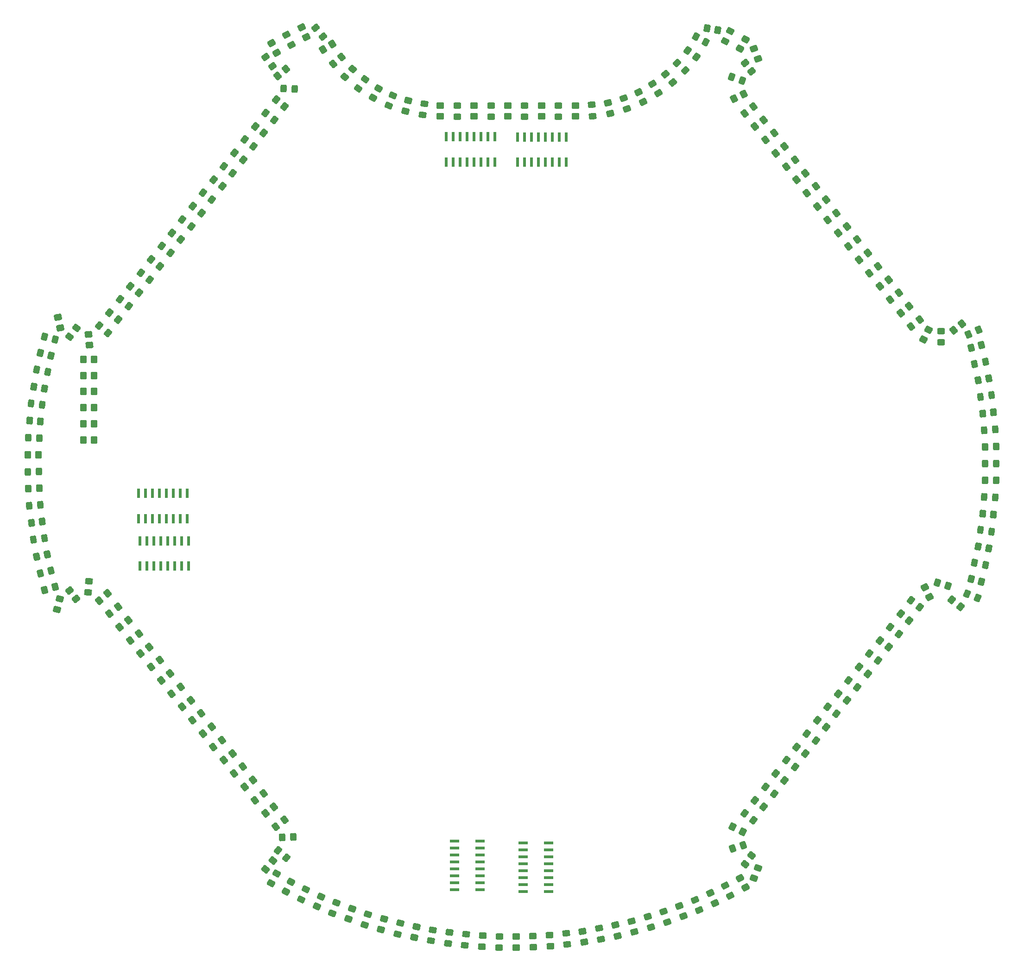
<source format=gbr>
%TF.GenerationSoftware,KiCad,Pcbnew,8.0.0-dirty*%
%TF.CreationDate,2024-04-13T23:16:22-04:00*%
%TF.ProjectId,RCJ_Open_LinePCB,52434a5f-4f70-4656-9e5f-4c696e655043,rev?*%
%TF.SameCoordinates,Original*%
%TF.FileFunction,Paste,Bot*%
%TF.FilePolarity,Positive*%
%FSLAX46Y46*%
G04 Gerber Fmt 4.6, Leading zero omitted, Abs format (unit mm)*
G04 Created by KiCad (PCBNEW 8.0.0-dirty) date 2024-04-13 23:16:22*
%MOMM*%
%LPD*%
G01*
G04 APERTURE LIST*
G04 Aperture macros list*
%AMRoundRect*
0 Rectangle with rounded corners*
0 $1 Rounding radius*
0 $2 $3 $4 $5 $6 $7 $8 $9 X,Y pos of 4 corners*
0 Add a 4 corners polygon primitive as box body*
4,1,4,$2,$3,$4,$5,$6,$7,$8,$9,$2,$3,0*
0 Add four circle primitives for the rounded corners*
1,1,$1+$1,$2,$3*
1,1,$1+$1,$4,$5*
1,1,$1+$1,$6,$7*
1,1,$1+$1,$8,$9*
0 Add four rect primitives between the rounded corners*
20,1,$1+$1,$2,$3,$4,$5,0*
20,1,$1+$1,$4,$5,$6,$7,0*
20,1,$1+$1,$6,$7,$8,$9,0*
20,1,$1+$1,$8,$9,$2,$3,0*%
G04 Aperture macros list end*
%ADD10RoundRect,0.250000X-0.001244X0.570086X-0.552851X0.139123X0.001244X-0.570086X0.552851X-0.139123X0*%
%ADD11RoundRect,0.250000X-0.416310X0.367166X-0.479436X-0.279761X0.416310X-0.367166X0.479436X0.279761X0*%
%ADD12RoundRect,0.250000X-0.363145X0.419822X-0.512706X-0.212738X0.363145X-0.419822X0.512706X0.212738X0*%
%ADD13RoundRect,0.250000X-0.533151X-0.154515X-0.020944X-0.554695X0.533151X0.154515X0.020944X0.554695X0*%
%ADD14RoundRect,0.250000X-0.126115X-0.540574X0.473511X-0.289677X0.126115X0.540574X-0.473511X0.289677X0*%
%ADD15RoundRect,0.250000X0.552851X0.139123X0.001244X0.570086X-0.552851X-0.139123X-0.001244X-0.570086X0*%
%ADD16RoundRect,0.250000X0.020944X-0.554695X0.533151X-0.154515X-0.020944X0.554695X-0.533151X0.154515X0*%
%ADD17RoundRect,0.250000X-0.122103X0.556858X-0.569780X0.018727X0.122103X-0.556858X0.569780X-0.018727X0*%
%ADD18RoundRect,0.250000X0.001244X-0.570086X0.552851X-0.139123X-0.001244X0.570086X-0.552851X0.139123X0*%
%ADD19R,0.508000X1.676400*%
%ADD20RoundRect,0.250000X-0.020944X0.554695X-0.533151X0.154515X0.020944X-0.554695X0.533151X-0.154515X0*%
%ADD21RoundRect,0.250000X0.416929X0.388806X-0.274214X0.499807X-0.416929X-0.388806X0.274214X-0.499807X0*%
%ADD22RoundRect,0.250000X-0.241467X0.516424X-0.559972X-0.106917X0.241467X-0.516424X0.559972X0.106917X0*%
%ADD23RoundRect,0.250000X-0.305434X0.481363X-0.541735X-0.177547X0.305434X-0.481363X0.541735X0.177547X0*%
%ADD24RoundRect,0.250000X-0.450000X0.325000X-0.450000X-0.325000X0.450000X-0.325000X0.450000X0.325000X0*%
%ADD25RoundRect,0.250000X-0.389376X0.395615X-0.497974X-0.245249X0.389376X-0.395615X0.497974X0.245249X0*%
%ADD26RoundRect,0.250000X-0.333902X-0.462071X0.365662X-0.437369X0.333902X0.462071X-0.365662X0.437369X0*%
%ADD27RoundRect,0.250000X-0.517565X0.200627X-0.353176X-0.428242X0.517565X-0.200627X0.353176X0.428242X0*%
%ADD28RoundRect,0.250000X-0.350000X-0.450000X0.350000X-0.450000X0.350000X0.450000X-0.350000X0.450000X0*%
%ADD29RoundRect,0.250000X-0.484185X0.271459X-0.409921X-0.374285X0.484185X-0.271459X0.409921X0.374285X0*%
%ADD30RoundRect,0.250000X-0.441375X0.360816X-0.458360X-0.338977X0.441375X-0.360816X0.458360X0.338977X0*%
%ADD31RoundRect,0.250000X0.057979X0.567132X-0.535410X0.195797X-0.057979X-0.567132X0.535410X-0.195797X0*%
%ADD32RoundRect,0.250000X-0.546229X-0.163199X0.023722X-0.569594X0.546229X0.163199X-0.023722X0.569594X0*%
%ADD33RoundRect,0.250000X-0.315805X-0.474623X0.382283X-0.422918X0.315805X0.474623X-0.382283X0.422918X0*%
%ADD34RoundRect,0.250000X0.431560X0.349115X-0.195728X0.519438X-0.431560X-0.349115X0.195728X-0.519438X0*%
%ADD35RoundRect,0.250000X-0.270722X0.501707X-0.552909X-0.138895X0.270722X-0.501707X0.552909X0.138895X0*%
%ADD36RoundRect,0.250000X0.249943X0.495635X-0.391919X0.393096X-0.249943X-0.495635X0.391919X-0.393096X0*%
%ADD37RoundRect,0.250000X0.549597X-0.077898X0.246742X0.497236X-0.549597X0.077898X-0.246742X-0.497236X0*%
%ADD38RoundRect,0.250000X0.256829X0.508958X-0.430079X0.374209X-0.256829X-0.508958X0.430079X-0.374209X0*%
%ADD39RoundRect,0.250000X0.554333X0.028973X0.146780X0.535332X-0.554333X-0.028973X-0.146780X-0.535332X0*%
%ADD40RoundRect,0.250000X-0.530427X0.163622X-0.322092X-0.452086X0.530427X-0.163622X0.322092X0.452086X0*%
%ADD41RoundRect,0.250000X0.292088X0.489576X-0.402614X0.403611X-0.292088X-0.489576X0.402614X-0.403611X0*%
%ADD42RoundRect,0.250000X0.533151X0.154515X0.020944X0.554695X-0.533151X-0.154515X-0.020944X-0.554695X0*%
%ADD43RoundRect,0.250000X0.405861X0.378684X-0.231877X0.504339X-0.405861X-0.378684X0.231877X-0.504339X0*%
%ADD44RoundRect,0.250000X-0.397277X0.387680X-0.492926X-0.255244X0.397277X-0.387680X0.492926X0.255244X0*%
%ADD45RoundRect,0.250000X-0.452999X0.346110X-0.446968X-0.353864X0.452999X-0.346110X0.446968X0.353864X0*%
%ADD46RoundRect,0.250000X-0.423567X-0.381564X0.265561X-0.504457X0.423567X0.381564X-0.265561X0.504457X0*%
%ADD47RoundRect,0.250000X-0.234661X0.519552X-0.561328X-0.099551X0.234661X-0.519552X0.561328X0.099551X0*%
%ADD48R,1.676400X0.508000*%
%ADD49RoundRect,0.250000X0.511113X0.252515X-0.118933X0.557544X-0.511113X-0.252515X0.118933X-0.557544X0*%
%ADD50RoundRect,0.250000X-0.513287X0.248066X-0.366781X-0.436431X0.513287X-0.248066X0.366781X0.436431X0*%
%ADD51RoundRect,0.250000X-0.349563X-0.431197X0.299428X-0.467406X0.349563X0.431197X-0.299428X0.467406X0*%
%ADD52RoundRect,0.250000X0.423583X-0.358752X0.473734X0.289311X-0.423583X0.358752X-0.473734X-0.289311X0*%
%ADD53RoundRect,0.250000X0.284278X0.476771X-0.363217X0.419760X-0.284278X-0.476771X0.363217X-0.419760X0*%
%ADD54RoundRect,0.250000X-0.554980X-0.011040X-0.164007X-0.530308X0.554980X0.011040X0.164007X0.530308X0*%
%ADD55RoundRect,0.250000X-0.365662X-0.437369X0.333902X-0.462071X0.365662X0.437369X-0.333902X0.462071X0*%
%ADD56RoundRect,0.250000X0.118933X0.557544X-0.511113X0.252515X-0.118933X-0.557544X0.511113X-0.252515X0*%
%ADD57RoundRect,0.250000X0.450449X0.324378X-0.166307X0.529591X-0.450449X-0.324378X0.166307X-0.529591X0*%
%ADD58RoundRect,0.250000X-0.531495X0.206187X-0.330672X-0.464388X0.531495X-0.206187X0.330672X0.464388X0*%
%ADD59RoundRect,0.250000X-0.481302X0.305529X-0.414603X-0.391286X0.481302X-0.305529X0.414603X0.391286X0*%
%ADD60RoundRect,0.250000X-0.515629X0.243161X-0.362603X-0.439908X0.515629X-0.243161X0.362603X0.439908X0*%
%ADD61RoundRect,0.250000X-0.538910X-0.133045X-0.043136X-0.553412X0.538910X0.133045X0.043136X0.553412X0*%
%ADD62RoundRect,0.250000X-0.082352X0.564108X-0.567022X0.059039X0.082352X-0.564108X0.567022X-0.059039X0*%
%ADD63RoundRect,0.250000X-0.476282X0.313297X-0.420896X-0.384508X0.476282X-0.313297X0.420896X0.384508X0*%
%ADD64RoundRect,0.250000X0.570086X0.001244X0.139123X0.552851X-0.570086X-0.001244X-0.139123X-0.552851X0*%
%ADD65RoundRect,0.250000X0.166307X0.529591X-0.450449X0.324378X-0.166307X-0.529591X0.450449X-0.324378X0*%
%ADD66RoundRect,0.250000X-0.263728X0.488439X-0.546587X-0.096789X0.263728X-0.488439X0.546587X0.096789X0*%
%ADD67RoundRect,0.250000X0.317198X0.455533X-0.332706X0.444333X-0.317198X-0.455533X0.332706X-0.444333X0*%
%ADD68RoundRect,0.250000X-0.538222X-0.135802X-0.040302X-0.553625X0.538222X0.135802X0.040302X0.553625X0*%
%ADD69RoundRect,0.250000X0.559972X-0.106917X0.241467X0.516424X-0.559972X0.106917X-0.241467X-0.516424X0*%
%ADD70RoundRect,0.250000X-0.552851X-0.139123X-0.001244X-0.570086X0.552851X0.139123X0.001244X0.570086X0*%
%ADD71RoundRect,0.250000X-0.154515X0.533151X-0.554695X0.020944X0.154515X-0.533151X0.554695X-0.020944X0*%
%ADD72RoundRect,0.250000X-0.139123X0.552851X-0.570086X0.001244X0.139123X-0.552851X0.570086X-0.001244X0*%
%ADD73RoundRect,0.250000X-0.554544X0.024622X-0.197723X-0.518682X0.554544X-0.024622X0.197723X0.518682X0*%
%ADD74RoundRect,0.250000X-0.558341X0.115130X-0.249025X-0.512822X0.558341X-0.115130X0.249025X0.512822X0*%
%ADD75RoundRect,0.250000X0.564425X-0.080151X0.216620X0.527329X-0.564425X0.080151X-0.216620X-0.527329X0*%
%ADD76RoundRect,0.250000X-0.473511X-0.289677X0.126115X-0.540574X0.473511X0.289677X-0.126115X0.540574X0*%
%ADD77RoundRect,0.250000X-0.427459X0.377199X-0.470813X-0.321457X0.427459X-0.377199X0.470813X0.321457X0*%
%ADD78RoundRect,0.250000X0.001244X-0.570086X0.552851X-0.139123X-0.001244X0.570086X-0.552851X0.139123X0*%
%ADD79RoundRect,0.250000X-0.229319X-0.521932X0.449424X-0.350739X0.229319X0.521932X-0.449424X0.350739X0*%
%ADD80RoundRect,0.250000X0.507141X-0.260399X0.377222X0.427439X-0.507141X0.260399X-0.377222X-0.427439X0*%
%ADD81RoundRect,0.250000X0.557366X-0.119761X0.253274X0.510737X-0.557366X0.119761X-0.253274X-0.510737X0*%
%ADD82RoundRect,0.250000X-0.300480X-0.484471X0.395599X-0.410489X0.300480X0.484471X-0.395599X0.410489X0*%
%ADD83RoundRect,0.250000X0.034427X-0.569047X0.560013X-0.106705X-0.034427X0.569047X-0.560013X0.106705X0*%
%ADD84RoundRect,0.250000X-0.370129X0.433595X-0.511362X-0.252009X0.370129X-0.433595X0.511362X0.252009X0*%
%ADD85RoundRect,0.250000X-0.441170X0.336889X-0.458510X-0.312880X0.441170X-0.336889X0.458510X0.312880X0*%
%ADD86RoundRect,0.250000X0.348538X0.432026X-0.300537X0.466693X-0.348538X-0.432026X0.300537X-0.466693X0*%
%ADD87RoundRect,0.250000X-0.531719X0.159374X-0.318465X-0.454648X0.531719X-0.159374X0.318465X0.454648X0*%
%ADD88RoundRect,0.250000X-0.355930X-0.425956X0.292451X-0.471802X0.355930X0.425956X-0.292451X0.471802X0*%
%ADD89RoundRect,0.250000X-0.292451X-0.471802X0.355930X-0.425956X0.292451X0.471802X-0.355930X0.425956X0*%
%ADD90RoundRect,0.250000X-0.497194X0.278924X-0.392727X-0.413237X0.497194X-0.278924X0.392727X0.413237X0*%
%ADD91RoundRect,0.250000X-0.329834X0.446469X-0.527529X-0.172737X0.329834X-0.446469X0.527529X0.172737X0*%
%ADD92RoundRect,0.250000X-0.217691X0.526888X-0.564261X-0.081298X0.217691X-0.526888X0.564261X0.081298X0*%
%ADD93RoundRect,0.250000X-0.476660X0.284464X-0.419902X-0.363053X0.476660X-0.284464X0.419902X0.363053X0*%
%ADD94RoundRect,0.250000X-0.228621X0.505824X-0.552052X-0.057996X0.228621X-0.505824X0.552052X0.057996X0*%
%ADD95RoundRect,0.250000X-0.548173X0.087356X-0.255273X-0.492910X0.548173X-0.087356X0.255273X0.492910X0*%
%ADD96RoundRect,0.250000X-0.338625X0.458621X-0.527863X-0.215314X0.338625X-0.458621X0.527863X0.215314X0*%
%ADD97RoundRect,0.250000X-0.502126X0.236632X-0.382501X-0.402266X0.502126X-0.236632X0.382501X0.402266X0*%
%ADD98RoundRect,0.250000X0.378141X0.406367X-0.266872X0.486728X-0.378141X-0.406367X0.266872X-0.486728X0*%
%ADD99RoundRect,0.250000X0.255273X-0.492910X0.548173X0.087356X-0.255273X0.492910X-0.548173X-0.087356X0*%
%ADD100RoundRect,0.250000X-0.463833X0.304933X-0.435300X-0.344440X0.463833X-0.304933X0.435300X0.344440X0*%
%ADD101RoundRect,0.250000X-0.449424X-0.350739X0.229319X-0.521932X0.449424X0.350739X-0.229319X0.521932X0*%
%ADD102RoundRect,0.250000X0.358071X0.443605X-0.341815X0.456249X-0.358071X-0.443605X0.341815X-0.456249X0*%
%ADD103RoundRect,0.250000X0.220292X0.525806X-0.455401X0.342943X-0.220292X-0.525806X0.455401X-0.342943X0*%
%ADD104RoundRect,0.250000X-0.450000X0.350000X-0.450000X-0.350000X0.450000X-0.350000X0.450000X0.350000X0*%
%ADD105RoundRect,0.250000X-0.543751X-0.111623X-0.064994X-0.551272X0.543751X0.111623X0.064994X0.551272X0*%
%ADD106RoundRect,0.250000X0.552851X0.139124X0.001244X0.570086X-0.552851X-0.139124X-0.001244X-0.570086X0*%
%ADD107RoundRect,0.250000X0.031514X-0.569216X0.559459X-0.109570X-0.031514X0.569216X-0.559459X0.109570X0*%
%ADD108RoundRect,0.250000X-0.223153X-0.508260X0.412326X-0.371634X0.223153X0.508260X-0.412326X0.371634X0*%
%ADD109RoundRect,0.250000X0.214362X0.512029X-0.418669X0.364474X-0.214362X-0.512029X0.418669X-0.364474X0*%
%ADD110RoundRect,0.250000X-0.499996X-0.241101X0.071675X-0.550443X0.499996X0.241101X-0.071675X0.550443X0*%
%ADD111RoundRect,0.250000X0.443314X0.358431X-0.238278X0.517903X-0.443314X-0.358431X0.238278X-0.517903X0*%
%ADD112RoundRect,0.250000X0.443370X0.333988X-0.177656X0.525893X-0.443370X-0.333988X0.177656X-0.525893X0*%
%ADD113RoundRect,0.250000X0.388468X0.417244X-0.308783X0.479221X-0.388468X-0.417244X0.308783X-0.479221X0*%
%ADD114RoundRect,0.250000X-0.031679X0.554185X-0.536043X0.144165X0.031679X-0.554185X0.536043X-0.144165X0*%
%ADD115RoundRect,0.250000X-0.265561X-0.504457X0.423567X-0.381564X0.265561X0.504457X-0.423567X0.381564X0*%
%ADD116RoundRect,0.250000X-0.399790X0.406409X-0.492314X-0.287449X0.399790X-0.406409X0.492314X0.287449X0*%
%ADD117RoundRect,0.250000X-0.562960X0.089864X-0.225674X-0.523518X0.562960X-0.089864X0.225674X0.523518X0*%
%ADD118RoundRect,0.250000X-0.166129X0.529647X-0.555020X0.008817X0.166129X-0.529647X0.555020X-0.008817X0*%
%ADD119RoundRect,0.250000X-0.544714X0.168186X-0.297094X-0.486554X0.544714X-0.168186X0.297094X0.486554X0*%
%ADD120RoundRect,0.250000X0.325891X0.467755X-0.373144X0.431003X-0.325891X-0.467755X0.373144X-0.431003X0*%
%ADD121RoundRect,0.250000X-0.569549X-0.024786X-0.116173X-0.558125X0.569549X0.024786X0.116173X0.558125X0*%
%ADD122RoundRect,0.250000X-0.258446X-0.491254X0.385087X-0.399791X0.258446X0.491254X-0.385087X0.399791X0*%
%ADD123RoundRect,0.250000X-0.540647X0.125802X-0.289403X-0.473678X0.540647X-0.125802X0.289403X0.473678X0*%
%ADD124RoundRect,0.250000X-0.339834X0.457726X-0.527294X-0.216706X0.339834X-0.457726X0.527294X0.216706X0*%
%ADD125RoundRect,0.250000X-0.555220X0.129347X-0.262037X-0.506297X0.555220X-0.129347X0.262037X0.506297X0*%
%ADD126RoundRect,0.250000X-0.385087X-0.399791X0.258446X-0.491254X0.385087X0.399791X-0.258446X0.491254X0*%
%ADD127RoundRect,0.250000X-0.360503X0.422093X-0.514032X-0.209515X0.360503X-0.422093X0.514032X0.209515X0*%
%ADD128RoundRect,0.250000X-0.395599X-0.410489X0.300480X-0.484471X0.395599X0.410489X-0.300480X0.484471X0*%
%ADD129RoundRect,0.250000X0.225674X-0.523518X0.562960X0.089864X-0.225674X0.523518X-0.562960X-0.089864X0*%
%ADD130RoundRect,0.250000X0.417469X0.388226X-0.273519X0.500187X-0.417469X-0.388226X0.273519X-0.500187X0*%
%ADD131RoundRect,0.250000X0.535613X-0.145754X0.306760X0.462626X-0.535613X0.145754X-0.306760X-0.462626X0*%
%ADD132RoundRect,0.250000X-0.412326X-0.371634X0.223153X-0.508260X0.412326X0.371634X-0.223153X0.508260X0*%
%ADD133RoundRect,0.250000X0.306760X-0.462626X0.535613X0.145754X-0.306760X0.462626X-0.535613X-0.145754X0*%
%ADD134RoundRect,0.250000X-0.297522X0.468621X-0.538399X-0.135099X0.297522X-0.468621X0.538399X0.135099X0*%
%ADD135RoundRect,0.250000X-0.325000X-0.450000X0.325000X-0.450000X0.325000X0.450000X-0.325000X0.450000X0*%
%ADD136RoundRect,0.250000X-0.290509X0.473001X-0.540351X-0.127065X0.290509X-0.473001X0.540351X0.127065X0*%
G04 APERTURE END LIST*
D10*
%TO.C,R66*%
X175277236Y-65956997D03*
X173701214Y-67188319D03*
%TD*%
%TO.C,R67*%
X167671743Y-56222411D03*
X166095721Y-57453733D03*
%TD*%
D11*
%TO.C,D51*%
X94277289Y-180746232D03*
X94078199Y-182786542D03*
%TD*%
D12*
%TO.C,D26*%
X20032330Y-119406018D03*
X19560638Y-121401014D03*
%TD*%
D13*
%TO.C,D66*%
X53843566Y-35492344D03*
X55458988Y-36754450D03*
%TD*%
D14*
%TO.C,D36*%
X186040000Y-71080000D03*
X187931126Y-70288710D03*
%TD*%
D15*
%TO.C,R43*%
X171474490Y-128270296D03*
X169898468Y-127038974D03*
%TD*%
%TO.C,R63*%
X167671743Y-133137589D03*
X166095721Y-131906267D03*
%TD*%
D10*
%TO.C,R58*%
X156263505Y-41620531D03*
X154687483Y-42851853D03*
%TD*%
D16*
%TO.C,D1*%
X32883650Y-127040186D03*
X34499072Y-125778080D03*
%TD*%
D17*
%TO.C,R15*%
X58960245Y-167313314D03*
X57681167Y-168850832D03*
%TD*%
D18*
%TO.C,R13*%
X50015707Y-148927613D03*
X51591729Y-147696291D03*
%TD*%
D19*
%TO.C,U4*%
X103690000Y-34997200D03*
X104960000Y-34997200D03*
X106230000Y-34997200D03*
X107500000Y-34997200D03*
X108770000Y-34997200D03*
X110040000Y-34997200D03*
X111310000Y-34997200D03*
X112580000Y-34997200D03*
X112580000Y-39620000D03*
X111310000Y-39620000D03*
X110040000Y-39620000D03*
X108770000Y-39620000D03*
X107500000Y-39620000D03*
X106230000Y-39620000D03*
X104960000Y-39620000D03*
X103690000Y-39620000D03*
%TD*%
D20*
%TO.C,D41*%
X169592816Y-58640666D03*
X167977394Y-59902772D03*
%TD*%
D21*
%TO.C,R6*%
X17269925Y-80963458D03*
X15295231Y-80646312D03*
%TD*%
D20*
%TO.C,D43*%
X146776339Y-29436906D03*
X145160917Y-30699012D03*
%TD*%
D22*
%TO.C,R56*%
X178780000Y-70270000D03*
X177869984Y-72050974D03*
%TD*%
D23*
%TO.C,R23*%
X73475390Y-176102390D03*
X72800244Y-177984988D03*
%TD*%
D24*
%TO.C,D77*%
X181070000Y-70475000D03*
X181070000Y-72525000D03*
%TD*%
D25*
%TO.C,D15*%
X88227776Y-179939544D03*
X87885274Y-181960730D03*
%TD*%
D26*
%TO.C,R47*%
X189121593Y-91627587D03*
X191120347Y-91557011D03*
%TD*%
D27*
%TO.C,D17*%
X124545553Y-178343761D03*
X125064011Y-180327117D03*
%TD*%
D28*
%TO.C,R97*%
X24350000Y-75650000D03*
X26350000Y-75650000D03*
%TD*%
D29*
%TO.C,D12*%
X112555394Y-180588746D03*
X112789610Y-182625322D03*
%TD*%
D28*
%TO.C,R98*%
X24350000Y-78600000D03*
X26350000Y-78600000D03*
%TD*%
D30*
%TO.C,R76*%
X89592536Y-29250948D03*
X89544004Y-31250360D03*
%TD*%
D31*
%TO.C,R78*%
X69811258Y-17978737D03*
X68115862Y-19039695D03*
%TD*%
D32*
%TO.C,R72*%
X134735302Y-19181928D03*
X136363732Y-20343056D03*
%TD*%
D33*
%TO.C,R21*%
X60702732Y-163073865D03*
X62697268Y-162926135D03*
%TD*%
D34*
%TO.C,D22*%
X19222059Y-72020468D03*
X17243689Y-71483294D03*
%TD*%
D13*
%TO.C,D82*%
X38632582Y-54961517D03*
X40248004Y-56223623D03*
%TD*%
D35*
%TO.C,R16*%
X67805224Y-173840067D03*
X66998976Y-175670357D03*
%TD*%
D36*
%TO.C,D25*%
X17283231Y-108321548D03*
X15258899Y-108644938D03*
%TD*%
D18*
%TO.C,R19*%
X46212961Y-144060320D03*
X47788983Y-142828998D03*
%TD*%
D37*
%TO.C,D67*%
X62384048Y-18165117D03*
X61428888Y-16351235D03*
%TD*%
D38*
%TO.C,R90*%
X17793265Y-111331187D03*
X15830671Y-111716185D03*
%TD*%
D39*
%TO.C,D95*%
X68097569Y-16615982D03*
X66812207Y-15019002D03*
%TD*%
D16*
%TO.C,D30*%
X51897381Y-151376652D03*
X53512803Y-150114546D03*
%TD*%
D40*
%TO.C,D54*%
X130392062Y-176592855D03*
X131049122Y-178534703D03*
%TD*%
D41*
%TO.C,R8*%
X16830221Y-105302800D03*
X14845359Y-105548414D03*
%TD*%
D13*
%TO.C,D83*%
X46238074Y-45226930D03*
X47853496Y-46489036D03*
%TD*%
D19*
%TO.C,U1*%
X34715000Y-108838600D03*
X35985000Y-108838600D03*
X37255000Y-108838600D03*
X38525000Y-108838600D03*
X39795000Y-108838600D03*
X41065000Y-108838600D03*
X42335000Y-108838600D03*
X43605000Y-108838600D03*
X43605000Y-113461400D03*
X42335000Y-113461400D03*
X41065000Y-113461400D03*
X39795000Y-113461400D03*
X38525000Y-113461400D03*
X37255000Y-113461400D03*
X35985000Y-113461400D03*
X34715000Y-113461400D03*
%TD*%
D42*
%TO.C,D58*%
X158184578Y-145321214D03*
X156569156Y-144059108D03*
%TD*%
D43*
%TO.C,D78*%
X17831675Y-77963041D03*
X15820345Y-77566745D03*
%TD*%
D44*
%TO.C,D93*%
X86644119Y-28971777D03*
X86342457Y-30999461D03*
%TD*%
D10*
%TO.C,R69*%
X152460759Y-36753238D03*
X150884737Y-37984560D03*
%TD*%
D45*
%TO.C,R35*%
X103420729Y-181176789D03*
X103437961Y-183176715D03*
%TD*%
D20*
%TO.C,D86*%
X150579085Y-34304200D03*
X148963663Y-35566306D03*
%TD*%
D46*
%TO.C,R61*%
X187831980Y-109866119D03*
X189800916Y-110217243D03*
%TD*%
D18*
%TO.C,R14*%
X57621200Y-158662199D03*
X59197222Y-157430877D03*
%TD*%
D47*
%TO.C,R22*%
X62308745Y-171183450D03*
X61375411Y-172952316D03*
%TD*%
D48*
%TO.C,U3*%
X104710000Y-172920000D03*
X104710000Y-171650000D03*
X104710000Y-170380000D03*
X104710000Y-169110000D03*
X104710000Y-167840000D03*
X104710000Y-166570000D03*
X104710000Y-165300000D03*
X104710000Y-164030000D03*
X109332800Y-164030000D03*
X109332800Y-165300000D03*
X109332800Y-166570000D03*
X109332800Y-167840000D03*
X109332800Y-169110000D03*
X109332800Y-170380000D03*
X109332800Y-171650000D03*
X109332800Y-172920000D03*
%TD*%
D49*
%TO.C,R25*%
X144820065Y-161995755D03*
X143019935Y-161124245D03*
%TD*%
D18*
%TO.C,R20*%
X53818454Y-153794906D03*
X55394476Y-152563584D03*
%TD*%
D50*
%TO.C,R87*%
X120203326Y-28725980D03*
X120621914Y-30681686D03*
%TD*%
D51*
%TO.C,D65*%
X60909363Y-26145672D03*
X62956179Y-26259870D03*
%TD*%
D52*
%TO.C,D8*%
X25220000Y-118240000D03*
X25378170Y-116196112D03*
%TD*%
D53*
%TO.C,D70*%
X16533733Y-102264684D03*
X14491633Y-102444488D03*
%TD*%
D54*
%TO.C,D96*%
X57658995Y-20402017D03*
X58892065Y-22039711D03*
%TD*%
D55*
%TO.C,R55*%
X189121593Y-97732413D03*
X191120347Y-97802989D03*
%TD*%
D56*
%TO.C,R70*%
X145042040Y-27148263D03*
X143241910Y-28019773D03*
%TD*%
D57*
%TO.C,D87*%
X144782576Y-24663606D03*
X142837424Y-24016394D03*
%TD*%
D58*
%TO.C,R37*%
X127491432Y-177543851D03*
X128065212Y-179459779D03*
%TD*%
D59*
%TO.C,R94*%
X25314714Y-71074550D03*
X25505286Y-73065450D03*
%TD*%
D60*
%TO.C,R32*%
X121585070Y-179087801D03*
X122022286Y-181039427D03*
%TD*%
D61*
%TO.C,D21*%
X27247755Y-69529556D03*
X28811351Y-70855326D03*
%TD*%
D62*
%TO.C,R85*%
X73542322Y-22568293D03*
X72157550Y-24011347D03*
%TD*%
D13*
%TO.C,D79*%
X31027089Y-64696103D03*
X32642511Y-65958209D03*
%TD*%
D10*
%TO.C,R59*%
X148658012Y-31885945D03*
X147081990Y-33117267D03*
%TD*%
D63*
%TO.C,R28*%
X109519670Y-180908805D03*
X109677918Y-182902535D03*
%TD*%
D64*
%TO.C,R24*%
X23031983Y-119468271D03*
X21800661Y-117892249D03*
%TD*%
D65*
%TO.C,D56*%
X144919394Y-164458250D03*
X142974242Y-165105462D03*
%TD*%
D66*
%TO.C,D6*%
X65044420Y-172537754D03*
X64152328Y-174383472D03*
%TD*%
D67*
%TO.C,D24*%
X16213304Y-96170040D03*
X14163608Y-96205364D03*
%TD*%
D16*
%TO.C,D31*%
X59502873Y-161111238D03*
X61118295Y-159849132D03*
%TD*%
D68*
%TO.C,D5*%
X59887638Y-165431343D03*
X61458000Y-166749091D03*
%TD*%
D42*
%TO.C,D9*%
X146776339Y-159923094D03*
X145160917Y-158660988D03*
%TD*%
D15*
%TO.C,R60*%
X175277236Y-123403003D03*
X173701214Y-122171681D03*
%TD*%
D13*
%TO.C,D18*%
X50040820Y-40359637D03*
X51656242Y-41621743D03*
%TD*%
D69*
%TO.C,R44*%
X179007271Y-119082970D03*
X178097255Y-117301996D03*
%TD*%
D15*
%TO.C,R42*%
X163868997Y-138004882D03*
X162292975Y-136773560D03*
%TD*%
D70*
%TO.C,R82*%
X55764640Y-33074089D03*
X57340662Y-34305411D03*
%TD*%
D24*
%TO.C,D68*%
X92656552Y-29233022D03*
X92656552Y-31283022D03*
%TD*%
D71*
%TO.C,D81*%
X23104733Y-69916842D03*
X21842627Y-71532264D03*
%TD*%
D72*
%TO.C,R39*%
X146480657Y-166340404D03*
X145249335Y-167916426D03*
%TD*%
D16*
%TO.C,D2*%
X40489142Y-136774772D03*
X42104564Y-135512666D03*
%TD*%
D18*
%TO.C,R11*%
X34804723Y-129458440D03*
X36380745Y-128227118D03*
%TD*%
D73*
%TO.C,D35*%
X128349271Y-25293796D03*
X129474631Y-27007292D03*
%TD*%
D74*
%TO.C,R73*%
X125790736Y-26785435D03*
X126674496Y-28579583D03*
%TD*%
D15*
%TO.C,R40*%
X148658012Y-157474055D03*
X147081990Y-156242733D03*
%TD*%
D42*
%TO.C,D59*%
X165790070Y-135586628D03*
X164174648Y-134324522D03*
%TD*%
%TO.C,D44*%
X177198309Y-120984748D03*
X175582887Y-119722642D03*
%TD*%
D75*
%TO.C,R79*%
X59696663Y-19612880D03*
X58702933Y-17877224D03*
%TD*%
D42*
%TO.C,D47*%
X169592816Y-130719334D03*
X167977394Y-129457228D03*
%TD*%
D76*
%TO.C,D48*%
X185848480Y-118488398D03*
X187739606Y-119279688D03*
%TD*%
D77*
%TO.C,R31*%
X97318076Y-181013935D03*
X97194206Y-183010095D03*
%TD*%
D13*
%TO.C,D19*%
X42435328Y-50094224D03*
X44050750Y-51356330D03*
%TD*%
D78*
%TO.C,R65*%
X183334743Y-70367121D03*
X184910765Y-69135799D03*
%TD*%
D79*
%TO.C,R52*%
X186548790Y-73525437D03*
X188488058Y-73036315D03*
%TD*%
D42*
%TO.C,D60*%
X173395563Y-125852041D03*
X171780141Y-124589935D03*
%TD*%
D80*
%TO.C,R5*%
X20095600Y-69932625D03*
X19724400Y-67967375D03*
%TD*%
D81*
%TO.C,R83*%
X65098340Y-16768451D03*
X64229504Y-14967027D03*
%TD*%
D82*
%TO.C,R50*%
X188691007Y-85537966D03*
X190679805Y-85326590D03*
%TD*%
D83*
%TO.C,R10*%
X27231141Y-119772962D03*
X28732813Y-118451984D03*
%TD*%
D84*
%TO.C,R30*%
X85223091Y-179401098D03*
X84819567Y-181359968D03*
%TD*%
D85*
%TO.C,D16*%
X100368633Y-181124226D03*
X100313947Y-183173496D03*
%TD*%
D86*
%TO.C,D76*%
X16323541Y-90067975D03*
X14276459Y-89958641D03*
%TD*%
D87*
%TO.C,D90*%
X123048780Y-27904711D03*
X123721350Y-29841241D03*
%TD*%
D88*
%TO.C,D63*%
X188935101Y-100779260D03*
X190979995Y-100923850D03*
%TD*%
D89*
%TO.C,D64*%
X188935101Y-88580740D03*
X190979995Y-88436150D03*
%TD*%
D24*
%TO.C,D72*%
X105009919Y-29233022D03*
X105009919Y-31283022D03*
%TD*%
D90*
%TO.C,R36*%
X115584519Y-180211318D03*
X115882995Y-182188920D03*
%TD*%
D91*
%TO.C,D7*%
X76374414Y-177058276D03*
X75750914Y-179011158D03*
%TD*%
D10*
%TO.C,R68*%
X160066251Y-46487825D03*
X158490229Y-47719147D03*
%TD*%
D92*
%TO.C,R77*%
X78281714Y-26107081D03*
X77291514Y-27844753D03*
%TD*%
D93*
%TO.C,D71*%
X117270996Y-29141355D03*
X117450004Y-31183525D03*
%TD*%
D94*
%TO.C,D32*%
X59646671Y-169689656D03*
X58626619Y-171467856D03*
%TD*%
D95*
%TO.C,D55*%
X141642484Y-171877780D03*
X142566246Y-173707852D03*
%TD*%
D70*
%TO.C,R95*%
X40553655Y-52543262D03*
X42129677Y-53774584D03*
%TD*%
D96*
%TO.C,R33*%
X79291002Y-177959150D03*
X78750320Y-179884680D03*
%TD*%
D28*
%TO.C,R99*%
X24350000Y-81550000D03*
X26350000Y-81550000D03*
%TD*%
D20*
%TO.C,D84*%
X165790070Y-53773372D03*
X164174648Y-55035478D03*
%TD*%
D28*
%TO.C,R101*%
X24350000Y-87450000D03*
X26350000Y-87450000D03*
%TD*%
D20*
%TO.C,D37*%
X161987324Y-48906079D03*
X160371902Y-50168185D03*
%TD*%
D97*
%TO.C,D53*%
X118590109Y-179677940D03*
X118967385Y-181692924D03*
%TD*%
D98*
%TO.C,D23*%
X16863895Y-83988882D03*
X14829623Y-83735436D03*
%TD*%
D13*
%TO.C,D14*%
X57646313Y-30625051D03*
X59261735Y-31887157D03*
%TD*%
D42*
%TO.C,D10*%
X154381832Y-150188507D03*
X152766410Y-148926401D03*
%TD*%
D70*
%TO.C,R1*%
X51961893Y-37941383D03*
X53537915Y-39172705D03*
%TD*%
D20*
%TO.C,D80*%
X173395563Y-63507959D03*
X171780141Y-64770065D03*
%TD*%
D70*
%TO.C,R4*%
X29145416Y-67145142D03*
X30721438Y-68376464D03*
%TD*%
D99*
%TO.C,D88*%
X141642484Y-17482220D03*
X142566246Y-15652148D03*
%TD*%
D100*
%TO.C,D52*%
X106471468Y-181071643D03*
X106561456Y-183119667D03*
%TD*%
D101*
%TO.C,R45*%
X186548790Y-115834563D03*
X188488058Y-116323685D03*
%TD*%
D70*
%TO.C,R96*%
X48159147Y-42808676D03*
X49735169Y-44039998D03*
%TD*%
D102*
%TO.C,R7*%
X16189578Y-93117584D03*
X14189904Y-93081458D03*
%TD*%
D15*
%TO.C,R62*%
X160066251Y-142872175D03*
X158490229Y-141640853D03*
%TD*%
%TO.C,R41*%
X156263505Y-147739469D03*
X154687483Y-146508147D03*
%TD*%
D103*
%TO.C,R9*%
X19179106Y-117276633D03*
X17248554Y-117799099D03*
%TD*%
D104*
%TO.C,R74*%
X114274945Y-29258022D03*
X114274945Y-31258022D03*
%TD*%
D105*
%TO.C,D89*%
X132851144Y-21466889D03*
X134361072Y-22853475D03*
%TD*%
D19*
%TO.C,U6*%
X34400000Y-100170000D03*
X35670000Y-100170000D03*
X36940000Y-100170000D03*
X38210000Y-100170000D03*
X39480000Y-100170000D03*
X40750000Y-100170000D03*
X42020000Y-100170000D03*
X43290000Y-100170000D03*
X43290000Y-104792800D03*
X42020000Y-104792800D03*
X40750000Y-104792800D03*
X39480000Y-104792800D03*
X38210000Y-104792800D03*
X36940000Y-104792800D03*
X35670000Y-104792800D03*
X34400000Y-104792800D03*
%TD*%
D106*
%TO.C,R64*%
X184646022Y-120881322D03*
X183070000Y-119650000D03*
%TD*%
D107*
%TO.C,R81*%
X59871319Y-23871089D03*
X61379733Y-22557817D03*
%TD*%
D20*
%TO.C,D40*%
X177198309Y-68375252D03*
X175582887Y-69637358D03*
%TD*%
D108*
%TO.C,D75*%
X187218614Y-76503590D03*
X189222816Y-76072696D03*
%TD*%
D109*
%TO.C,D74*%
X18458065Y-114310463D03*
X16461585Y-114775831D03*
%TD*%
D110*
%TO.C,D33*%
X136281490Y-16655983D03*
X138084450Y-17631603D03*
%TD*%
D70*
%TO.C,R2*%
X44356401Y-47675969D03*
X45932423Y-48907291D03*
%TD*%
D15*
%TO.C,R26*%
X152460759Y-152606762D03*
X150884737Y-151375440D03*
%TD*%
D18*
%TO.C,R12*%
X42410215Y-139193027D03*
X43986237Y-137961705D03*
%TD*%
D16*
%TO.C,D3*%
X48094634Y-146509358D03*
X49710056Y-145247252D03*
%TD*%
D19*
%TO.C,U5*%
X90660000Y-34970000D03*
X91930000Y-34970000D03*
X93200000Y-34970000D03*
X94470000Y-34970000D03*
X95740000Y-34970000D03*
X97010000Y-34970000D03*
X98280000Y-34970000D03*
X99550000Y-34970000D03*
X99550000Y-39592800D03*
X98280000Y-39592800D03*
X97010000Y-39592800D03*
X95740000Y-39592800D03*
X94470000Y-39592800D03*
X93200000Y-39592800D03*
X91930000Y-39592800D03*
X90660000Y-39592800D03*
%TD*%
D111*
%TO.C,R92*%
X18450082Y-74973789D03*
X16502674Y-74518155D03*
%TD*%
D112*
%TO.C,D61*%
X182395556Y-117078866D03*
X180436938Y-116473628D03*
%TD*%
D113*
%TO.C,R91*%
X16515170Y-87021447D03*
X14523024Y-86844371D03*
%TD*%
D16*
%TO.C,D4*%
X55700127Y-156243945D03*
X57315549Y-154981839D03*
%TD*%
D114*
%TO.C,D69*%
X71554397Y-20373014D03*
X69963711Y-21666156D03*
%TD*%
D115*
%TO.C,R48*%
X187831980Y-79493881D03*
X189800916Y-79142757D03*
%TD*%
D116*
%TO.C,R34*%
X91242109Y-180421054D03*
X90977753Y-182403506D03*
%TD*%
D18*
%TO.C,R17*%
X31001976Y-124591147D03*
X32577998Y-123359825D03*
%TD*%
D16*
%TO.C,D29*%
X44291888Y-141642065D03*
X45907310Y-140379959D03*
%TD*%
D42*
%TO.C,D57*%
X150579085Y-155055800D03*
X148963663Y-153793694D03*
%TD*%
D16*
%TO.C,D27*%
X29080903Y-122172892D03*
X30696325Y-120910786D03*
%TD*%
D104*
%TO.C,R84*%
X95744894Y-29258022D03*
X95744894Y-31258022D03*
%TD*%
D48*
%TO.C,U2*%
X92183700Y-172625000D03*
X92183700Y-171355000D03*
X92183700Y-170085000D03*
X92183700Y-168815000D03*
X92183700Y-167545000D03*
X92183700Y-166275000D03*
X92183700Y-165005000D03*
X92183700Y-163735000D03*
X96806500Y-163735000D03*
X96806500Y-165005000D03*
X96806500Y-166275000D03*
X96806500Y-167545000D03*
X96806500Y-168815000D03*
X96806500Y-170085000D03*
X96806500Y-171355000D03*
X96806500Y-172625000D03*
%TD*%
D16*
%TO.C,D28*%
X36686396Y-131907479D03*
X38301818Y-130645373D03*
%TD*%
D64*
%TO.C,R54*%
X146480657Y-23019596D03*
X145249335Y-21443574D03*
%TD*%
D28*
%TO.C,R100*%
X24350000Y-84500000D03*
X26350000Y-84500000D03*
%TD*%
D117*
%TO.C,R27*%
X144354415Y-170476537D03*
X145318091Y-172229059D03*
%TD*%
D24*
%TO.C,D91*%
X111186603Y-29233022D03*
X111186603Y-31283022D03*
%TD*%
D118*
%TO.C,D94*%
X75817646Y-24464075D03*
X74591144Y-26106693D03*
%TD*%
D119*
%TO.C,R29*%
X133274187Y-175587159D03*
X133981671Y-177457845D03*
%TD*%
D120*
%TO.C,R86*%
X16294770Y-99221503D03*
X14297528Y-99326509D03*
%TD*%
D121*
%TO.C,R51*%
X130734630Y-23538473D03*
X132029988Y-25062299D03*
%TD*%
D122*
%TO.C,D34*%
X188290079Y-82511861D03*
X190319683Y-82223399D03*
%TD*%
D28*
%TO.C,R102*%
X24350000Y-90400000D03*
X26350000Y-90400000D03*
%TD*%
D123*
%TO.C,D13*%
X136100518Y-174433944D03*
X136892902Y-176324612D03*
%TD*%
D124*
%TO.C,R89*%
X83742125Y-28380573D03*
X83206525Y-30307523D03*
%TD*%
D70*
%TO.C,R93*%
X32948162Y-62277849D03*
X34524184Y-63509171D03*
%TD*%
D125*
%TO.C,R38*%
X138904529Y-173227470D03*
X139742195Y-175043596D03*
%TD*%
D42*
%TO.C,D46*%
X161987324Y-140453921D03*
X160371902Y-139191815D03*
%TD*%
D18*
%TO.C,R18*%
X38607469Y-134325733D03*
X40183491Y-133094411D03*
%TD*%
D20*
%TO.C,D42*%
X154381832Y-39171493D03*
X152766410Y-40433599D03*
%TD*%
D126*
%TO.C,D45*%
X188290079Y-106848139D03*
X190319683Y-107136601D03*
%TD*%
D127*
%TO.C,D50*%
X82250226Y-178708181D03*
X81766020Y-180700177D03*
%TD*%
D24*
%TO.C,D92*%
X98833236Y-29233022D03*
X98833236Y-31283022D03*
%TD*%
D128*
%TO.C,R46*%
X188691007Y-103822034D03*
X190679805Y-104033410D03*
%TD*%
D129*
%TO.C,R71*%
X144354415Y-18883463D03*
X145318091Y-17130941D03*
%TD*%
D104*
%TO.C,R75*%
X101921578Y-29258022D03*
X101921578Y-31258022D03*
%TD*%
D10*
%TO.C,R53*%
X163868997Y-51355118D03*
X162292975Y-52586440D03*
%TD*%
D130*
%TO.C,R49*%
X140291593Y-15437278D03*
X138317341Y-15117388D03*
%TD*%
D131*
%TO.C,D38*%
X147641943Y-20749845D03*
X146920179Y-18831107D03*
%TD*%
D10*
%TO.C,R57*%
X171474490Y-61089704D03*
X169898468Y-62321026D03*
%TD*%
D132*
%TO.C,D62*%
X187218614Y-112856410D03*
X189222816Y-113287304D03*
%TD*%
D20*
%TO.C,D85*%
X158184578Y-44038786D03*
X156569156Y-45300892D03*
%TD*%
D133*
%TO.C,D11*%
X146920179Y-170528893D03*
X147641943Y-168610155D03*
%TD*%
D134*
%TO.C,D49*%
X70629607Y-174998046D03*
X69869919Y-176902088D03*
%TD*%
D70*
%TO.C,R80*%
X59567386Y-28206796D03*
X61143408Y-29438118D03*
%TD*%
D13*
%TO.C,D20*%
X34829835Y-59828810D03*
X36445257Y-61090916D03*
%TD*%
D104*
%TO.C,R88*%
X108098261Y-29258022D03*
X108098261Y-31258022D03*
%TD*%
D70*
%TO.C,R3*%
X36750909Y-57410555D03*
X38326931Y-58641877D03*
%TD*%
D135*
%TO.C,D39*%
X189150466Y-94680000D03*
X191200466Y-94680000D03*
%TD*%
D136*
%TO.C,D73*%
X80951291Y-27389443D03*
X80163325Y-29281957D03*
%TD*%
M02*

</source>
